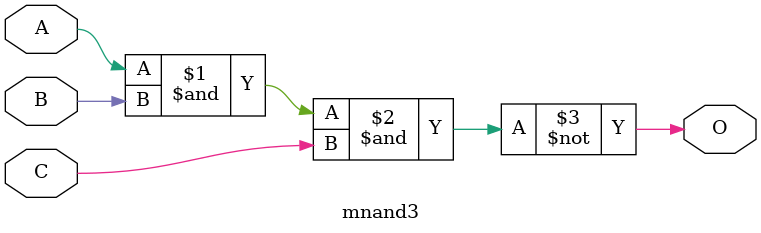
<source format=v>
`timescale 1ps/1ps

module mnand3(O,A,B,C);
  input A,B,C;
  output O;
  assign #150 O=~(A&B&C);
endmodule

</source>
